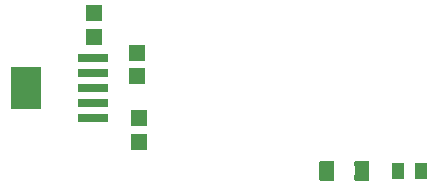
<source format=gtp>
G04*
G04 #@! TF.GenerationSoftware,Altium Limited,Altium Designer,20.2.3 (150)*
G04*
G04 Layer_Color=8421504*
%FSLAX44Y44*%
%MOMM*%
G71*
G04*
G04 #@! TF.SameCoordinates,5F06F80F-724F-48A1-AB94-725DB31EE99F*
G04*
G04*
G04 #@! TF.FilePolarity,Positive*
G04*
G01*
G75*
%ADD16R,1.1325X1.3770*%
%ADD17R,1.2075X1.7010*%
%ADD18R,1.3500X1.4100*%
%ADD19R,2.5950X3.6000*%
%ADD20R,2.5950X0.6440*%
G36*
X569354Y-274713D02*
Y-271100D01*
X568354Y-270100D01*
X566248D01*
X565248Y-269100D01*
Y-265316D01*
X566248Y-264316D01*
X568354D01*
X569354Y-263316D01*
Y-259703D01*
X568354Y-258703D01*
X558279D01*
X557279Y-259703D01*
Y-274713D01*
X558279Y-275713D01*
X568354D01*
X569354Y-274713D01*
D02*
G37*
G36*
X586854D02*
Y-271100D01*
X587854Y-270100D01*
X589960D01*
X590960Y-269100D01*
Y-265316D01*
X589960Y-264316D01*
X587854D01*
X586854Y-263316D01*
Y-259703D01*
X587854Y-258703D01*
X597929D01*
X598929Y-259703D01*
Y-274713D01*
X597929Y-275713D01*
X587854D01*
X586854Y-274713D01*
D02*
G37*
D16*
X623813Y-267970D02*
D03*
X643139D02*
D03*
D17*
X592892Y-267208D02*
D03*
X563316D02*
D03*
D18*
X366014Y-153764D02*
D03*
Y-133764D02*
D03*
X404876Y-242759D02*
D03*
Y-222758D02*
D03*
X402990Y-167370D02*
D03*
Y-187370D02*
D03*
D19*
X308583Y-197358D02*
D03*
D20*
X365533Y-171958D02*
D03*
Y-184658D02*
D03*
Y-197358D02*
D03*
Y-210058D02*
D03*
Y-222758D02*
D03*
M02*

</source>
